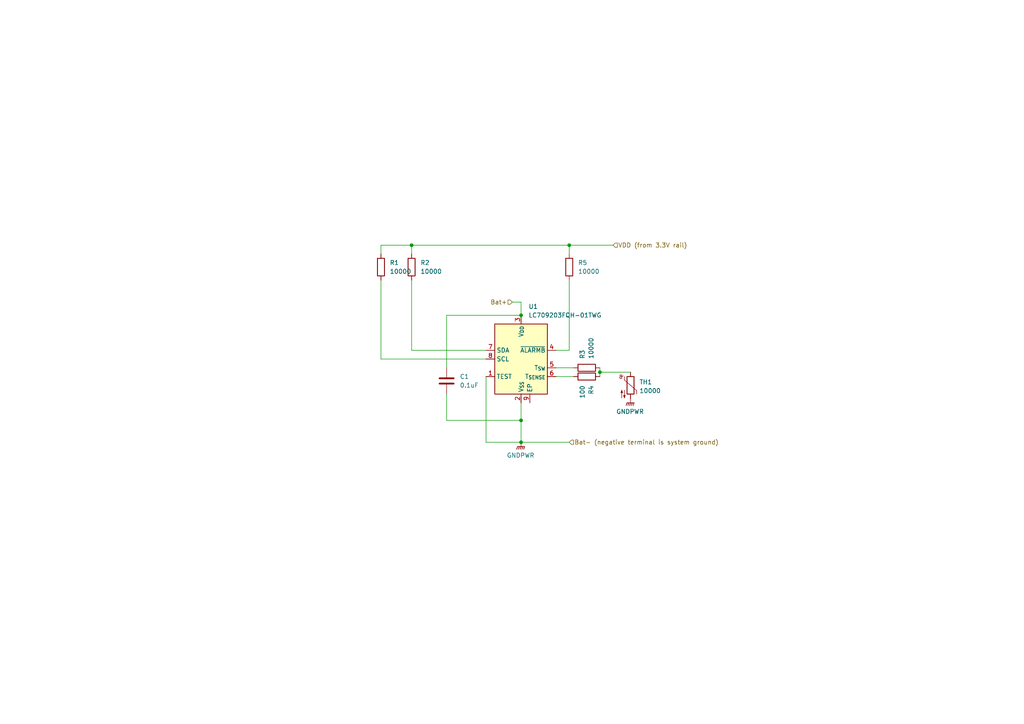
<source format=kicad_sch>
(kicad_sch (version 20250114) (generator "eeschema") (generator_version "9.0")
  (paper "A4")
  (lib_symbols
    (symbol "Battery_Management:LC709203FQH-01TWG"
      (property "Reference" "U" (at -6.35 11.43 0))
      (property "Value" "LC709203FQH-01TWG" (at 11.43 11.43 0))
      (symbol "LC709203FQH-01TWG_0_1"
        (rectangle (start -7.62 10.16) (end 7.62 -10.16) (stroke (width 0.254)) (fill (type background)))
      )
      (symbol "LC709203FQH-01TWG_1_1"
        (pin bidirectional line (at -10.16 2.54 0) (length 2.54) (name "SDA") (number "7"))
        (pin input line (at -10.16 0 0) (length 2.54) (name "SCL") (number "8"))
        (pin input line (at -10.16 -5.08 0) (length 2.54) (name "TEST") (number "1"))
        (pin power_in line (at 0 12.7 270) (length 2.54) (name "V_{DD}") (number "3"))
        (pin power_in line (at 0 -12.7 90) (length 2.54) (name "V_{SS}") (number "2"))
        (pin passive line (at 2.54 -12.7 90) (length 2.54) (name "EP") (number "9"))
        (pin open_collector line (at 10.16 2.54 180) (length 2.54) (name "~{ALARMB}") (number "4"))
        (pin output line (at 10.16 -2.54 180) (length 2.54) (name "T_{SW}") (number "5"))
        (pin input line (at 10.16 -5.08 180) (length 2.54) (name "T_{SENSE}") (number "6"))
      )
    )
    (symbol "Device:C" (pin_numbers (hide yes)) (pin_names (offset 0.254))
      (property "Reference" "C" (at 0.635 2.54 0))
      (property "Value" "C" (at 0.635 -2.54 0))
      (symbol "C_0_1"
        (polyline (pts (xy -2.032 0.762) (xy 2.032 0.762)) (stroke (width 0.508)))
        (polyline (pts (xy -2.032 -0.762) (xy 2.032 -0.762)) (stroke (width 0.508)))
      )
      (symbol "C_1_1"
        (pin passive line (at 0 3.81 270) (length 2.794) (name "~") (number "1"))
        (pin passive line (at 0 -3.81 90) (length 2.794) (name "~") (number "2"))
      )
    )
    (symbol "Device:R" (pin_numbers (hide yes)) (pin_names (offset 0))
      (property "Reference" "R" (at 2.032 0 90))
      (property "Value" "R" (at 0 0 90))
      (symbol "R_0_1"
        (rectangle (start -1.016 -2.54) (end 1.016 2.54) (stroke (width 0.254)))
      )
      (symbol "R_1_1"
        (pin passive line (at 0 3.81 270) (length 1.27) (name "~") (number "1"))
        (pin passive line (at 0 -3.81 90) (length 1.27) (name "~") (number "2"))
      )
    )
    (symbol "Device:Thermistor_NTC" (pin_numbers (hide yes)) (pin_names (offset 0))
      (property "Reference" "TH" (at -4.445 0 90))
      (property "Value" "Thermistor_NTC" (at 3.175 0 90))
      (symbol "Thermistor_NTC_0_1"
        (arc (start -3.175 2.413) (mid -3.0506 2.3165) (end -3.048 2.159))
        (arc (start -3.048 2.794) (mid -2.9736 2.9736) (end -2.794 3.048))
        (arc (start -2.794 3.048) (mid -2.6144 2.9736) (end -2.54 2.794))
        (arc (start -2.794 2.54) (mid -2.9736 2.6144) (end -3.048 2.794))
        (arc (start -2.794 1.905) (mid -2.9736 1.9794) (end -3.048 2.159))
        (arc (start -2.54 2.159) (mid -2.6144 1.9794) (end -2.794 1.905))
        (arc (start -2.159 2.794) (mid -2.434 2.5608) (end -2.794 2.54))
        (polyline (pts (xy -2.54 2.159) (xy -2.54 2.794)))
        (polyline (pts (xy -2.54 -3.683) (xy -2.54 -1.397) (xy -2.794 -2.159) (xy -2.286 -2.159) (xy -2.54 -1.397) (xy -2.54 -1.651)) (fill (type outline)))
        (polyline (pts (xy -1.778 2.54) (xy -1.778 1.524) (xy 1.778 -1.524) (xy 1.778 -2.54)))
        (polyline (pts (xy -1.778 -1.397) (xy -1.778 -3.683) (xy -2.032 -2.921) (xy -1.524 -2.921) (xy -1.778 -3.683) (xy -1.778 -3.429)) (fill (type outline)))
        (rectangle (start -1.016 2.54) (end 1.016 -2.54) (stroke (width 0.254)))
      )
      (symbol "Thermistor_NTC_1_1"
        (pin passive line (at 0 3.81 270) (length 1.27) (name "~") (number "1"))
        (pin passive line (at 0 -3.81 90) (length 1.27) (name "~") (number "2"))
      )
    )
    (symbol "power:GNDPWR" (power) (pin_numbers (hide yes)) (pin_names (offset 0) (hide yes))
      (property "Value" "GNDPWR" (at 0 -3.302 0))
      (symbol "GNDPWR_0_1"
        (polyline (pts (xy -1.016 -1.27) (xy -1.27 -2.032) (xy -1.27 -2.032)) (stroke (width 0.2032)))
        (polyline (pts (xy -0.508 -1.27) (xy -0.762 -2.032) (xy -0.762 -2.032)) (stroke (width 0.2032)))
        (polyline (pts (xy 0 -1.27) (xy 0 0)))
        (polyline (pts (xy 0 -1.27) (xy -0.254 -2.032) (xy -0.254 -2.032)) (stroke (width 0.2032)))
        (polyline (pts (xy 0.508 -1.27) (xy 0.254 -2.032) (xy 0.254 -2.032)) (stroke (width 0.2032)))
        (polyline (pts (xy 1.016 -1.27) (xy -1.016 -1.27) (xy -1.016 -1.27)) (stroke (width 0.2032)))
        (polyline (pts (xy 1.016 -1.27) (xy 0.762 -2.032) (xy 0.762 -2.032) (xy 0.762 -2.032)) (stroke (width 0.2032)))
      )
      (symbol "GNDPWR_1_1"
        (pin power_in line (at 0 0 270) (length 0) (name "~") (number "1"))
      )
    )
  )
  (junction (at 151.13 128.27))
  (junction (at 151.13 91.44))
  (junction (at 165.1 71.12))
  (junction (at 119.38 71.12))
  (junction (at 173.99 107.95))
  (junction (at 151.13 121.92))
  (wire (pts (xy 140.97 128.27) (xy 151.13 128.27)))
  (wire (pts (xy 165.1 71.12) (xy 165.1 73.66)))
  (wire (pts (xy 129.54 106.68) (xy 129.54 91.44)))
  (wire (pts (xy 151.13 121.92) (xy 151.13 116.84)))
  (wire (pts (xy 119.38 71.12) (xy 119.38 73.66)))
  (wire (pts (xy 173.99 107.95) (xy 182.88 107.95)))
  (wire (pts (xy 119.38 71.12) (xy 110.49 71.12)))
  (wire (pts (xy 151.13 87.63) (xy 151.13 91.44)))
  (wire (pts (xy 165.1 101.6) (xy 165.1 81.28)))
  (wire (pts (xy 173.99 106.68) (xy 173.99 107.95)))
  (wire (pts (xy 148.59 87.63) (xy 151.13 87.63)))
  (wire (pts (xy 129.54 91.44) (xy 151.13 91.44)))
  (wire (pts (xy 165.1 71.12) (xy 177.8 71.12)))
  (wire (pts (xy 161.29 109.22) (xy 166.37 109.22)))
  (wire (pts (xy 110.49 71.12) (xy 110.49 73.66)))
  (wire (pts (xy 151.13 128.27) (xy 165.1 128.27)))
  (wire (pts (xy 140.97 101.6) (xy 119.38 101.6)))
  (wire (pts (xy 161.29 101.6) (xy 165.1 101.6)))
  (wire (pts (xy 119.38 101.6) (xy 119.38 81.28)))
  (wire (pts (xy 173.99 107.95) (xy 173.99 109.22)))
  (wire (pts (xy 161.29 106.68) (xy 166.37 106.68)))
  (wire (pts (xy 129.54 114.3) (xy 129.54 121.92)))
  (wire (pts (xy 140.97 104.14) (xy 110.49 104.14)))
  (wire (pts (xy 151.13 128.27) (xy 151.13 121.92)))
  (wire (pts (xy 140.97 109.22) (xy 140.97 128.27)))
  (wire (pts (xy 151.13 121.92) (xy 129.54 121.92)))
  (wire (pts (xy 119.38 71.12) (xy 165.1 71.12)))
  (wire (pts (xy 110.49 104.14) (xy 110.49 81.28)))
  (hierarchical_label "Bat+" (shape input) (at 148.59 87.63 180))
  (hierarchical_label "Bat- (negative terminal is system ground)" (shape input) (at 165.1 128.27 0))
  (hierarchical_label "VDD (from 3.3V rail)" (shape input) (at 177.8 71.12 0))
  (symbol (lib_id "Device:R") (at 170.18 109.22 270) (unit 1)
    (property "Reference" "R4" (at 171.4501 111.76 0) (effects (justify left)))
    (property "Value" "100" (at 168.9101 111.76 0) (effects (justify left)))
    (property "Description" "Resistor" (effects (hide yes)))
  )
  (symbol (lib_id "Device:R") (at 165.1 77.47 0) (unit 1)
    (property "Reference" "R5" (at 167.64 76.1999 0) (effects (justify left)))
    (property "Value" "10000" (at 167.64 78.7399 0) (effects (justify left)))
    (property "Description" "Resistor" (effects (hide yes)))
  )
  (symbol (lib_id "power:GNDPWR") (at 182.88 115.57 0) (unit 1)
    (property "Reference" "#PWR01" (effects (hide yes)))
    (property "Value" "GNDPWR" (at 182.753 119.38 0))
    (property "Description" "Power symbol creates a global label with name \"GNDPWR\" , global ground" (effects (hide yes)))
  )
  (symbol (lib_id "Device:Thermistor_NTC") (at 182.88 111.76 0) (unit 1)
    (property "Reference" "TH1" (at 185.42 110.8074 0) (effects (justify left)))
    (property "Value" "10000" (at 185.42 113.3474 0) (effects (justify left)))
    (property "Description" "Temperature dependent resistor, negative temperature coefficient" (effects (hide yes)))
  )
  (symbol (lib_id "power:GNDPWR") (at 151.13 128.27 0) (unit 1)
    (property "Reference" "#PWR02" (effects (hide yes)))
    (property "Value" "GNDPWR" (at 151.003 132.08 0))
    (property "Description" "Power symbol creates a global label with name \"GNDPWR\" , global ground" (effects (hide yes)))
  )
  (symbol (lib_id "Device:R") (at 170.18 106.68 90) (unit 1)
    (property "Reference" "R3" (at 168.9099 104.14 0) (effects (justify left)))
    (property "Value" "10000" (at 171.4499 104.14 0) (effects (justify left)))
    (property "Description" "Resistor" (effects (hide yes)))
  )
  (symbol (lib_id "Device:R") (at 119.38 77.47 0) (unit 1)
    (property "Reference" "R2" (at 121.92 76.1999 0) (effects (justify left)))
    (property "Value" "10000" (at 121.92 78.7399 0) (effects (justify left)))
    (property "Description" "Resistor" (effects (hide yes)))
  )
  (symbol (lib_id "Device:C") (at 129.54 110.49 0) (unit 1)
    (property "Reference" "C1" (at 133.35 109.2199 0) (effects (justify left)))
    (property "Value" "0.1uF" (at 133.35 111.7599 0) (effects (justify left)))
    (property "Description" "Unpolarized capacitor" (effects (hide yes)))
  )
  (symbol (lib_id "Battery_Management:LC709203FQH-01TWG") (at 151.13 104.14 0) (unit 1)
    (property "Reference" "U1" (at 153.2733 88.9 0) (effects (justify left)))
    (property "Value" "LC709203FQH-01TWG" (at 153.2733 91.44 0) (effects (justify left)))
    (property "Footprint" "Package_DFN_QFN:WDFN-8-1EP_4x3mm_P0.65mm_EP2.4x1.8mm" (effects (hide yes)))
    (property "Datasheet" "https://www.onsemi.com/download/data-sheet/pdf/lc709203f-d.pdf" (effects (hide yes)))
    (property "Description" "Single LiPo battery fuel gauge, I2C, type 01, WDFN-8" (effects (hide yes)))
  )
  (symbol (lib_id "Device:R") (at 110.49 77.47 0) (unit 1)
    (property "Reference" "R1" (at 113.03 76.1999 0) (effects (justify left)))
    (property "Value" "10000" (at 113.03 78.7399 0) (effects (justify left)))
    (property "Description" "Resistor" (effects (hide yes)))
  )
)
</source>
